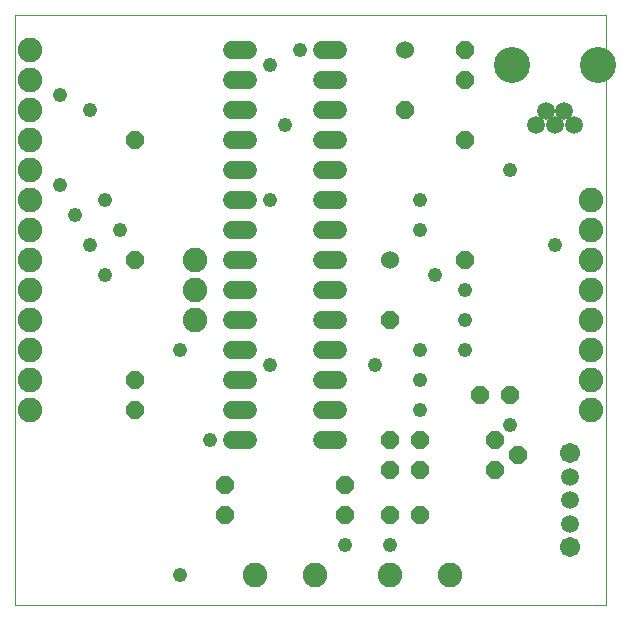
<source format=gts>
G75*
%MOIN*%
%OFA0B0*%
%FSLAX25Y25*%
%IPPOS*%
%LPD*%
%AMOC8*
5,1,8,0,0,1.08239X$1,22.5*
%
%ADD10C,0.00000*%
%ADD11OC8,0.06000*%
%ADD12C,0.06000*%
%ADD13C,0.05950*%
%ADD14C,0.12020*%
%ADD15C,0.06000*%
%ADD16C,0.06737*%
%ADD17C,0.08200*%
%ADD18C,0.04762*%
D10*
X0001800Y0001800D02*
X0001800Y0198650D01*
X0198650Y0198650D01*
X0198650Y0001800D01*
X0001800Y0001800D01*
D11*
X0041800Y0066800D03*
X0041800Y0076800D03*
X0071800Y0041800D03*
X0071800Y0031800D03*
X0111800Y0031800D03*
X0111800Y0041800D03*
X0126800Y0046800D03*
X0136800Y0046800D03*
X0136800Y0056800D03*
X0126800Y0056800D03*
X0126800Y0031800D03*
X0136800Y0031800D03*
X0161800Y0046800D03*
X0169300Y0051800D03*
X0161800Y0056800D03*
X0156800Y0071800D03*
X0166800Y0071800D03*
X0126800Y0096800D03*
X0151800Y0116800D03*
X0151800Y0156800D03*
X0151800Y0176800D03*
X0151800Y0186800D03*
X0131800Y0166800D03*
X0041800Y0156800D03*
X0041800Y0116800D03*
D12*
X0126800Y0116800D03*
X0131800Y0186800D03*
D13*
X0175501Y0161721D03*
X0178650Y0166446D03*
X0181800Y0161721D03*
X0184950Y0166446D03*
X0188099Y0161721D03*
X0186800Y0044674D03*
X0186800Y0036800D03*
X0186800Y0028926D03*
D14*
X0196170Y0181800D03*
X0167430Y0181800D03*
D15*
X0109400Y0176800D02*
X0104200Y0176800D01*
X0104200Y0166800D02*
X0109400Y0166800D01*
X0109400Y0156800D02*
X0104200Y0156800D01*
X0104200Y0146800D02*
X0109400Y0146800D01*
X0109400Y0136800D02*
X0104200Y0136800D01*
X0104200Y0126800D02*
X0109400Y0126800D01*
X0109400Y0116800D02*
X0104200Y0116800D01*
X0104200Y0106800D02*
X0109400Y0106800D01*
X0109400Y0096800D02*
X0104200Y0096800D01*
X0104200Y0086800D02*
X0109400Y0086800D01*
X0109400Y0076800D02*
X0104200Y0076800D01*
X0104200Y0066800D02*
X0109400Y0066800D01*
X0109400Y0056800D02*
X0104200Y0056800D01*
X0079400Y0056800D02*
X0074200Y0056800D01*
X0074200Y0066800D02*
X0079400Y0066800D01*
X0079400Y0076800D02*
X0074200Y0076800D01*
X0074200Y0086800D02*
X0079400Y0086800D01*
X0079400Y0096800D02*
X0074200Y0096800D01*
X0074200Y0106800D02*
X0079400Y0106800D01*
X0079400Y0116800D02*
X0074200Y0116800D01*
X0074200Y0126800D02*
X0079400Y0126800D01*
X0079400Y0136800D02*
X0074200Y0136800D01*
X0074200Y0146800D02*
X0079400Y0146800D01*
X0079400Y0156800D02*
X0074200Y0156800D01*
X0074200Y0166800D02*
X0079400Y0166800D01*
X0079400Y0176800D02*
X0074200Y0176800D01*
X0074200Y0186800D02*
X0079400Y0186800D01*
X0104200Y0186800D02*
X0109400Y0186800D01*
D16*
X0186800Y0052548D03*
X0186800Y0021052D03*
D17*
X0146800Y0011800D03*
X0126800Y0011800D03*
X0101800Y0011800D03*
X0081800Y0011800D03*
X0006800Y0066800D03*
X0006800Y0076800D03*
X0006800Y0086800D03*
X0006800Y0096800D03*
X0006800Y0106800D03*
X0006800Y0116800D03*
X0006800Y0126800D03*
X0006800Y0136800D03*
X0006800Y0146800D03*
X0006800Y0156800D03*
X0006800Y0166800D03*
X0006800Y0176800D03*
X0006800Y0186800D03*
X0061800Y0116800D03*
X0061800Y0106800D03*
X0061800Y0096800D03*
X0193800Y0096800D03*
X0193800Y0086800D03*
X0193800Y0076800D03*
X0193800Y0066800D03*
X0193800Y0106800D03*
X0193800Y0116800D03*
X0193800Y0126800D03*
X0193800Y0136800D03*
D18*
X0181800Y0121800D03*
X0166800Y0146800D03*
X0136800Y0136800D03*
X0136800Y0126800D03*
X0141800Y0111800D03*
X0151800Y0106800D03*
X0151800Y0096800D03*
X0151800Y0086800D03*
X0136800Y0086800D03*
X0136800Y0076800D03*
X0136800Y0066800D03*
X0121800Y0081800D03*
X0086800Y0081800D03*
X0066800Y0056800D03*
X0056800Y0086800D03*
X0031800Y0111800D03*
X0026800Y0121800D03*
X0021800Y0131800D03*
X0016800Y0141800D03*
X0031800Y0136800D03*
X0036800Y0126800D03*
X0026800Y0166800D03*
X0016800Y0171800D03*
X0086800Y0181800D03*
X0096800Y0186800D03*
X0091800Y0161800D03*
X0086800Y0136800D03*
X0166800Y0061800D03*
X0126800Y0021800D03*
X0111800Y0021800D03*
X0056800Y0011800D03*
M02*

</source>
